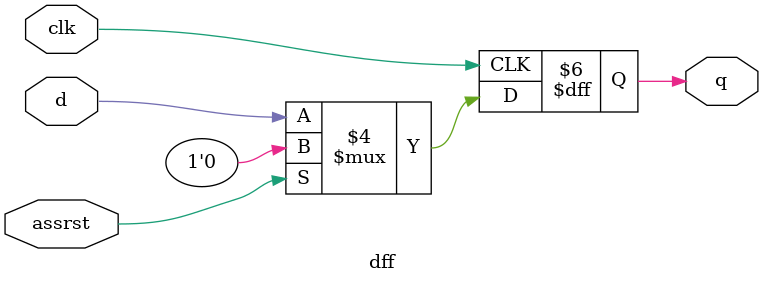
<source format=v>
module dff(d,clk,assrst,q);
  input d;
  input clk;
  input assrst;
  output reg q;
  
  always@(posedge clk )
    begin 
      if(assrst==1'b1)
        q <= 1'b0; 
      else 
        q <= d;
    end
endmodule

</source>
